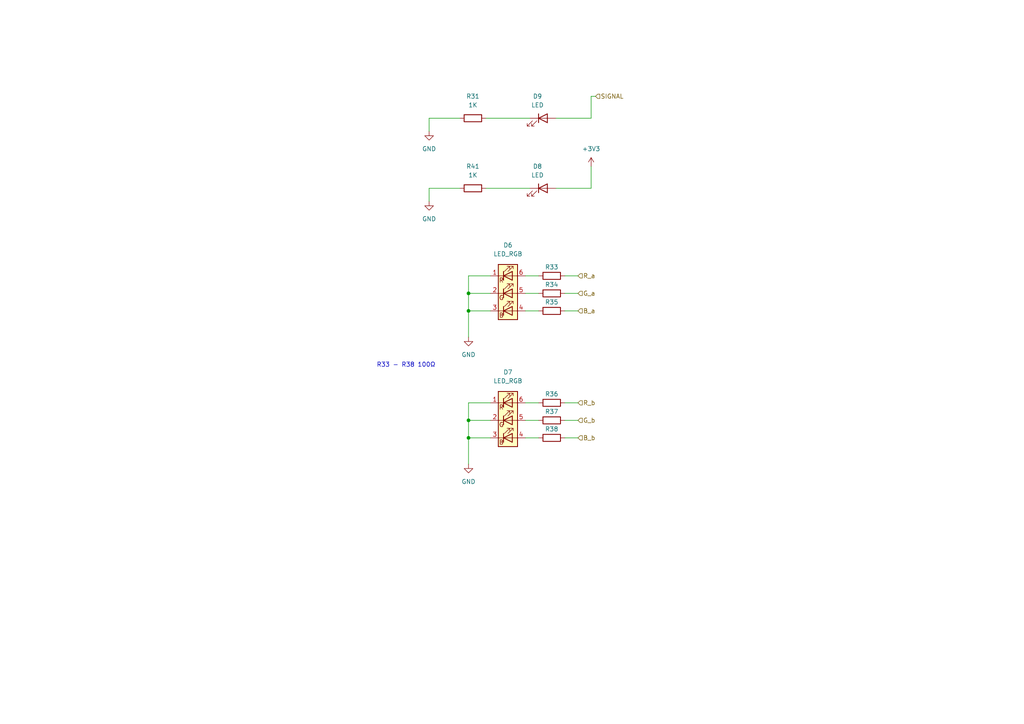
<source format=kicad_sch>
(kicad_sch (version 20211123) (generator eeschema)
  (paper "A4")
  (title_block (title "OceanAI") (date "2022-07-25") (rev "2"))
  (lib_symbols
    (symbol "Device:LED" (pin_numbers hide) (pin_names (offset 1.016) hide)
      (property "Reference" "D" (at 0 2.54 0))
      (property "Value" "LED" (at 0 -2.54 0))
      (symbol "LED_0_1"
        (polyline (pts (xy -1.27 -1.27) (xy -1.27 1.27)) (stroke (width 0.254)))
        (polyline (pts (xy -1.27 0) (xy 1.27 0)))
        (polyline (pts (xy 1.27 -1.27) (xy 1.27 1.27) (xy -1.27 0) (xy 1.27 -1.27)) (stroke (width 0.254)))
        (polyline (pts (xy -3.048 -0.762) (xy -4.572 -2.286) (xy -3.81 -2.286) (xy -4.572 -2.286) (xy -4.572 -1.524)))
        (polyline (pts (xy -1.778 -0.762) (xy -3.302 -2.286) (xy -2.54 -2.286) (xy -3.302 -2.286) (xy -3.302 -1.524)))
      )
      (symbol "LED_1_1"
        (pin passive line (at -3.81 0 0) (length 2.54) (name "K") (number "1"))
        (pin passive line (at 3.81 0 180) (length 2.54) (name "A") (number "2"))
      )
    )
    (symbol "Device:LED_RGB" (pin_names (offset 0) hide)
      (property "Reference" "D" (at 0 9.398 0))
      (property "Value" "LED_RGB" (at 0 -8.89 0))
      (symbol "LED_RGB_0_0"
        (text "B" (at -1.905 -6.35 0) (effects (font (size 1.27 1.27))))
        (text "G" (at -1.905 -1.27 0) (effects (font (size 1.27 1.27))))
        (text "R" (at -1.905 3.81 0) (effects (font (size 1.27 1.27))))
      )
      (symbol "LED_RGB_0_1"
        (polyline (pts (xy -1.27 -5.08) (xy -2.54 -5.08)))
        (polyline (pts (xy -1.27 -5.08) (xy 1.27 -5.08)))
        (polyline (pts (xy -1.27 -3.81) (xy -1.27 -6.35)) (stroke (width 0.254)))
        (polyline (pts (xy -1.27 0) (xy -2.54 0)))
        (polyline (pts (xy -1.27 1.27) (xy -1.27 -1.27)) (stroke (width 0.254)))
        (polyline (pts (xy -1.27 5.08) (xy -2.54 5.08)))
        (polyline (pts (xy -1.27 5.08) (xy 1.27 5.08)))
        (polyline (pts (xy -1.27 6.35) (xy -1.27 3.81)) (stroke (width 0.254)))
        (polyline (pts (xy 1.27 -5.08) (xy 2.54 -5.08)))
        (polyline (pts (xy 1.27 0) (xy -1.27 0)))
        (polyline (pts (xy 1.27 0) (xy 2.54 0)))
        (polyline (pts (xy 1.27 5.08) (xy 2.54 5.08)))
        (polyline (pts (xy -1.27 1.27) (xy -1.27 -1.27) (xy -1.27 -1.27)))
        (polyline (pts (xy -1.27 6.35) (xy -1.27 3.81) (xy -1.27 3.81)))
        (polyline (pts (xy 1.27 -3.81) (xy 1.27 -6.35) (xy -1.27 -5.08) (xy 1.27 -3.81)) (stroke (width 0.254)))
        (polyline (pts (xy 1.27 1.27) (xy 1.27 -1.27) (xy -1.27 0) (xy 1.27 1.27)) (stroke (width 0.254)))
        (polyline (pts (xy 1.27 6.35) (xy 1.27 3.81) (xy -1.27 5.08) (xy 1.27 6.35)) (stroke (width 0.254)))
        (polyline (pts (xy -1.016 -3.81) (xy 0.508 -2.286) (xy -0.254 -2.286) (xy 0.508 -2.286) (xy 0.508 -3.048)))
        (polyline (pts (xy -1.016 1.27) (xy 0.508 2.794) (xy -0.254 2.794) (xy 0.508 2.794) (xy 0.508 2.032)))
        (polyline (pts (xy -1.016 6.35) (xy 0.508 7.874) (xy -0.254 7.874) (xy 0.508 7.874) (xy 0.508 7.112)))
        (polyline (pts (xy 0 -3.81) (xy 1.524 -2.286) (xy 0.762 -2.286) (xy 1.524 -2.286) (xy 1.524 -3.048)))
        (polyline (pts (xy 0 1.27) (xy 1.524 2.794) (xy 0.762 2.794) (xy 1.524 2.794) (xy 1.524 2.032)))
        (polyline (pts (xy 0 6.35) (xy 1.524 7.874) (xy 0.762 7.874) (xy 1.524 7.874) (xy 1.524 7.112)))
        (rectangle (start 1.27 -1.27) (end 1.27 1.27))
        (rectangle (start 1.27 1.27) (end 1.27 1.27))
        (rectangle (start 1.27 3.81) (end 1.27 6.35))
        (rectangle (start 1.27 6.35) (end 1.27 6.35))
        (rectangle (start 2.794 8.382) (end -2.794 -7.62) (stroke (width 0.254)) (fill (type background)))
      )
      (symbol "LED_RGB_1_1"
        (pin passive line (at -5.08 5.08 0) (length 2.54) (name "RK") (number "1"))
        (pin passive line (at -5.08 0 0) (length 2.54) (name "GK") (number "2"))
        (pin passive line (at -5.08 -5.08 0) (length 2.54) (name "BK") (number "3"))
        (pin passive line (at 5.08 -5.08 180) (length 2.54) (name "BA") (number "4"))
        (pin passive line (at 5.08 0 180) (length 2.54) (name "GA") (number "5"))
        (pin passive line (at 5.08 5.08 180) (length 2.54) (name "RA") (number "6"))
      )
    )
    (symbol "Device:R" (pin_numbers hide) (pin_names (offset 0))
      (property "Reference" "R" (at 2.032 0 90))
      (property "Value" "R" (at 0 0 90))
      (symbol "R_0_1"
        (rectangle (start -1.016 -2.54) (end 1.016 2.54) (stroke (width 0.254)))
      )
      (symbol "R_1_1"
        (pin passive line (at 0 3.81 270) (length 1.27) (name "~") (number "1"))
        (pin passive line (at 0 -3.81 90) (length 1.27) (name "~") (number "2"))
      )
    )
    (symbol "power:+3.3V" (power) (pin_names (offset 0))
      (property "Value" "+3.3V" (at 0 3.556 0))
      (symbol "+3.3V_0_1"
        (polyline (pts (xy -0.762 1.27) (xy 0 2.54)))
        (polyline (pts (xy 0 0) (xy 0 2.54)))
        (polyline (pts (xy 0 2.54) (xy 0.762 1.27)))
      )
      (symbol "+3.3V_1_1"
        (pin power_in line (at 0 0 90) (length 0) hide (name "+3V3") (number "1"))
      )
    )
    (symbol "power:GND" (power) (pin_names (offset 0))
      (property "Value" "GND" (at 0 -3.81 0))
      (symbol "GND_0_1"
        (polyline (pts (xy 0 0) (xy 0 -1.27) (xy 1.27 -1.27) (xy 0 -2.54) (xy -1.27 -1.27) (xy 0 -1.27)))
      )
      (symbol "GND_1_1"
        (pin power_in line (at 0 0 270) (length 0) hide (name "GND") (number "1"))
      )
    )
  )
  (junction (at 135.89 85.09))
  (junction (at 135.89 90.17))
  (junction (at 135.89 127))
  (junction (at 135.89 121.92))
  (wire (pts (xy 171.45 34.29) (xy 161.29 34.29)))
  (wire (pts (xy 133.35 54.61) (xy 124.46 54.61)))
  (wire (pts (xy 124.46 54.61) (xy 124.46 58.42)))
  (wire (pts (xy 142.24 85.09) (xy 135.89 85.09)))
  (wire (pts (xy 163.83 127) (xy 167.64 127)))
  (wire (pts (xy 135.89 134.62) (xy 135.89 127)))
  (wire (pts (xy 163.83 90.17) (xy 167.64 90.17)))
  (wire (pts (xy 140.97 54.61) (xy 153.67 54.61)))
  (wire (pts (xy 163.83 121.92) (xy 167.64 121.92)))
  (wire (pts (xy 142.24 80.01) (xy 135.89 80.01)))
  (wire (pts (xy 135.89 85.09) (xy 135.89 90.17)))
  (wire (pts (xy 152.4 116.84) (xy 156.21 116.84)))
  (wire (pts (xy 135.89 127) (xy 142.24 127)))
  (wire (pts (xy 171.45 48.26) (xy 171.45 54.61)))
  (wire (pts (xy 152.4 85.09) (xy 156.21 85.09)))
  (wire (pts (xy 135.89 97.79) (xy 135.89 90.17)))
  (wire (pts (xy 163.83 85.09) (xy 167.64 85.09)))
  (wire (pts (xy 124.46 34.29) (xy 124.46 38.1)))
  (wire (pts (xy 142.24 121.92) (xy 135.89 121.92)))
  (wire (pts (xy 171.45 27.94) (xy 172.72 27.94)))
  (wire (pts (xy 171.45 27.94) (xy 171.45 34.29)))
  (wire (pts (xy 135.89 90.17) (xy 142.24 90.17)))
  (wire (pts (xy 163.83 116.84) (xy 167.64 116.84)))
  (wire (pts (xy 152.4 80.01) (xy 156.21 80.01)))
  (wire (pts (xy 163.83 80.01) (xy 167.64 80.01)))
  (wire (pts (xy 142.24 116.84) (xy 135.89 116.84)))
  (wire (pts (xy 152.4 127) (xy 156.21 127)))
  (wire (pts (xy 152.4 121.92) (xy 156.21 121.92)))
  (wire (pts (xy 135.89 80.01) (xy 135.89 85.09)))
  (wire (pts (xy 171.45 54.61) (xy 161.29 54.61)))
  (wire (pts (xy 135.89 121.92) (xy 135.89 127)))
  (wire (pts (xy 152.4 90.17) (xy 156.21 90.17)))
  (wire (pts (xy 133.35 34.29) (xy 124.46 34.29)))
  (wire (pts (xy 140.97 34.29) (xy 153.67 34.29)))
  (wire (pts (xy 135.89 116.84) (xy 135.89 121.92)))
  (text "R33 - R38 100Ω" (at 109.22 106.68 0) (effects (font (size 1.27 1.27)) (justify left bottom)))
  (hierarchical_label "SIGNAL" (shape input) (at 172.72 27.94 0))
  (hierarchical_label "R_a" (shape input) (at 167.64 80.01 0))
  (hierarchical_label "G_b" (shape input) (at 167.64 121.92 0))
  (hierarchical_label "B_a" (shape input) (at 167.64 90.17 0))
  (hierarchical_label "B_b" (shape input) (at 167.64 127 0))
  (hierarchical_label "R_b" (shape input) (at 167.64 116.84 0))
  (hierarchical_label "G_a" (shape input) (at 167.64 85.09 0))
  (symbol (lib_id "power:GND") (at 124.46 38.1 0) (unit 1)
    (property "Reference" "#PWR0114" (effects hide))
    (property "Value" "GND" (at 124.46 43.18 0))
  )
  (symbol (lib_id "Device:LED") (at 157.48 34.29 0) (unit 1)
    (property "Reference" "D9" (at 155.8925 27.94 0))
    (property "Value" "LED" (at 155.8925 30.48 0))
    (property "Footprint" "LED_SMD:LED_0603_1608Metric" (effects hide))
  )
  (symbol (lib_id "Device:LED") (at 157.48 54.61 0) (unit 1)
    (property "Reference" "D8" (at 155.8925 48.26 0))
    (property "Value" "LED" (at 155.8925 50.8 0))
    (property "Footprint" "LED_SMD:LED_0603_1608Metric" (effects hide))
  )
  (symbol (lib_id "power:GND") (at 124.46 58.42 0) (unit 1)
    (property "Reference" "#PWR082" (effects hide))
    (property "Value" "GND" (at 124.46 63.5 0))
  )
  (symbol (lib_id "Device:R") (at 160.02 127 90) (unit 1)
    (property "Reference" "R38" (at 160.02 124.46 90))
    (property "Value" "R" (effects hide))
    (property "Footprint" "Resistor_SMD:R_0603_1608Metric" (effects hide))
  )
  (symbol (lib_id "power:GND") (at 135.89 97.79 0) (unit 1)
    (property "Reference" "#PWR070" (effects hide))
    (property "Value" "GND" (at 135.89 102.87 0))
  )
  (symbol (lib_id "Device:R") (at 137.16 34.29 90) (unit 1)
    (property "Reference" "R31" (at 137.16 27.94 90))
    (property "Value" "1K" (at 137.16 30.48 90))
    (property "Footprint" "Resistor_SMD:R_0603_1608Metric" (effects hide))
  )
  (symbol (lib_id "Device:LED_RGB") (at 147.32 121.92 0) (unit 1)
    (property "Reference" "D7" (at 147.32 107.95 0))
    (property "Value" "LED_RGB" (at 147.32 110.49 0))
    (property "Footprint" "LED_SMD:LED_RGB_5050-6" (effects hide))
  )
  (symbol (lib_id "Device:R") (at 160.02 80.01 270) (unit 1)
    (property "Reference" "R33" (at 160.02 77.47 90))
    (property "Value" "R" (effects hide))
    (property "Footprint" "Resistor_SMD:R_0603_1608Metric" (effects hide))
  )
  (symbol (lib_id "Device:R") (at 160.02 90.17 90) (unit 1)
    (property "Reference" "R35" (at 160.02 87.63 90))
    (property "Value" "R" (effects hide))
    (property "Footprint" "Resistor_SMD:R_0603_1608Metric" (effects hide))
  )
  (symbol (lib_id "power:+3.3V") (at 171.45 48.26 0) (unit 1)
    (property "Reference" "#PWR083" (effects hide))
    (property "Value" "+3.3V" (at 171.45 43.18 0))
  )
  (symbol (lib_id "Device:R") (at 160.02 85.09 90) (unit 1)
    (property "Reference" "R34" (at 160.02 82.55 90))
    (property "Value" " " (effects hide))
    (property "Footprint" "Resistor_SMD:R_0603_1608Metric" (effects hide))
  )
  (symbol (lib_id "Device:R") (at 160.02 116.84 270) (unit 1)
    (property "Reference" "R36" (at 160.02 114.3 90))
    (property "Value" "R" (effects hide))
    (property "Footprint" "Resistor_SMD:R_0603_1608Metric" (effects hide))
  )
  (symbol (lib_id "Device:LED_RGB") (at 147.32 85.09 0) (unit 1)
    (property "Reference" "D6" (at 147.32 71.12 0))
    (property "Value" "LED_RGB" (at 147.32 73.66 0))
    (property "Footprint" "LED_SMD:LED_RGB_5050-6" (effects hide))
  )
  (symbol (lib_id "Device:R") (at 137.16 54.61 90) (unit 1)
    (property "Reference" "R41" (at 137.16 48.26 90))
    (property "Value" "1K" (at 137.16 50.8 90))
    (property "Footprint" "Resistor_SMD:R_0603_1608Metric" (effects hide))
  )
  (symbol (lib_id "power:GND") (at 135.89 134.62 0) (unit 1)
    (property "Reference" "#PWR071" (effects hide))
    (property "Value" "GND" (at 135.89 139.7 0))
  )
  (symbol (lib_id "Device:R") (at 160.02 121.92 90) (unit 1)
    (property "Reference" "R37" (at 160.02 119.38 90))
    (property "Value" " " (effects hide))
    (property "Footprint" "Resistor_SMD:R_0603_1608Metric" (effects hide))
  )
)
</source>
